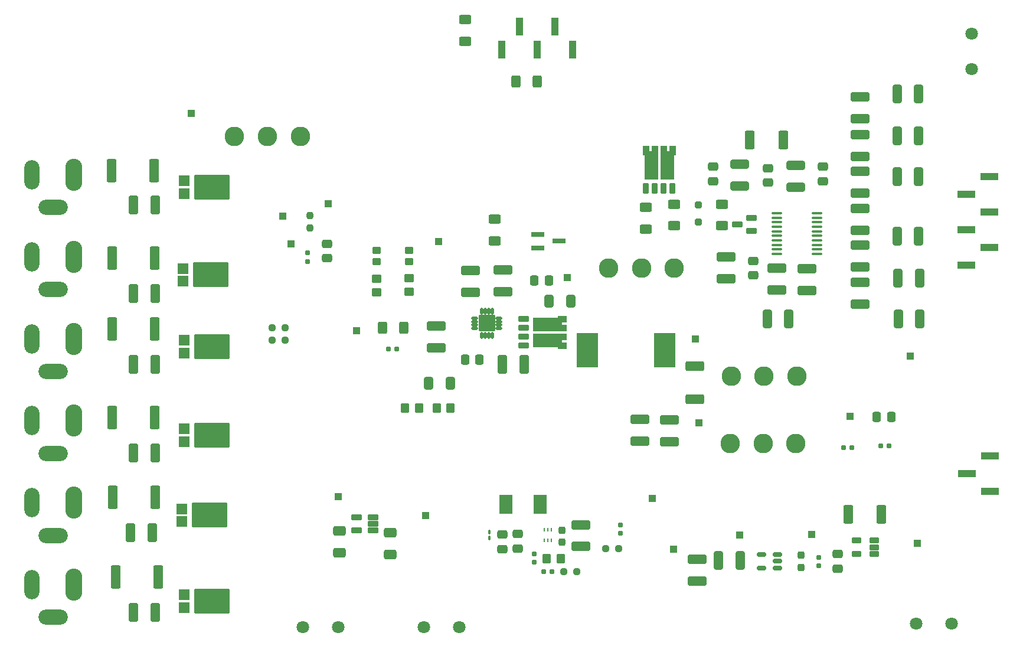
<source format=gbr>
%TF.GenerationSoftware,KiCad,Pcbnew,7.0.6-0*%
%TF.CreationDate,2024-04-05T07:01:27-03:00*%
%TF.ProjectId,Buoy,42756f79-2e6b-4696-9361-645f70636258,rev?*%
%TF.SameCoordinates,Original*%
%TF.FileFunction,Soldermask,Top*%
%TF.FilePolarity,Negative*%
%FSLAX46Y46*%
G04 Gerber Fmt 4.6, Leading zero omitted, Abs format (unit mm)*
G04 Created by KiCad (PCBNEW 7.0.6-0) date 2024-04-05 07:01:27*
%MOMM*%
%LPD*%
G01*
G04 APERTURE LIST*
G04 Aperture macros list*
%AMRoundRect*
0 Rectangle with rounded corners*
0 $1 Rounding radius*
0 $2 $3 $4 $5 $6 $7 $8 $9 X,Y pos of 4 corners*
0 Add a 4 corners polygon primitive as box body*
4,1,4,$2,$3,$4,$5,$6,$7,$8,$9,$2,$3,0*
0 Add four circle primitives for the rounded corners*
1,1,$1+$1,$2,$3*
1,1,$1+$1,$4,$5*
1,1,$1+$1,$6,$7*
1,1,$1+$1,$8,$9*
0 Add four rect primitives between the rounded corners*
20,1,$1+$1,$2,$3,$4,$5,0*
20,1,$1+$1,$4,$5,$6,$7,0*
20,1,$1+$1,$6,$7,$8,$9,0*
20,1,$1+$1,$8,$9,$2,$3,0*%
G04 Aperture macros list end*
%ADD10C,0.010000*%
%ADD11RoundRect,0.250000X0.400000X1.075000X-0.400000X1.075000X-0.400000X-1.075000X0.400000X-1.075000X0*%
%ADD12RoundRect,0.250000X-0.412500X-1.100000X0.412500X-1.100000X0.412500X1.100000X-0.412500X1.100000X0*%
%ADD13R,1.000000X1.000000*%
%ADD14R,2.510000X1.000000*%
%ADD15RoundRect,0.102000X-0.465000X0.405000X-0.465000X-0.405000X0.465000X-0.405000X0.465000X0.405000X0*%
%ADD16RoundRect,0.237500X0.250000X0.237500X-0.250000X0.237500X-0.250000X-0.237500X0.250000X-0.237500X0*%
%ADD17RoundRect,0.250000X0.625000X-0.400000X0.625000X0.400000X-0.625000X0.400000X-0.625000X-0.400000X0*%
%ADD18RoundRect,0.237500X-0.237500X0.300000X-0.237500X-0.300000X0.237500X-0.300000X0.237500X0.300000X0*%
%ADD19RoundRect,0.250000X-0.650000X0.412500X-0.650000X-0.412500X0.650000X-0.412500X0.650000X0.412500X0*%
%ADD20RoundRect,0.250000X-0.450000X0.350000X-0.450000X-0.350000X0.450000X-0.350000X0.450000X0.350000X0*%
%ADD21C,2.804000*%
%ADD22RoundRect,0.250000X-0.475000X0.337500X-0.475000X-0.337500X0.475000X-0.337500X0.475000X0.337500X0*%
%ADD23RoundRect,0.250000X-1.100000X0.412500X-1.100000X-0.412500X1.100000X-0.412500X1.100000X0.412500X0*%
%ADD24RoundRect,0.190500X0.516500X0.206500X-0.516500X0.206500X-0.516500X-0.206500X0.516500X-0.206500X0*%
%ADD25RoundRect,0.160000X-0.160000X0.197500X-0.160000X-0.197500X0.160000X-0.197500X0.160000X0.197500X0*%
%ADD26RoundRect,0.102000X-0.700000X-0.695000X0.700000X-0.695000X0.700000X0.695000X-0.700000X0.695000X0*%
%ADD27RoundRect,0.102000X-2.430000X-1.680000X2.430000X-1.680000X2.430000X1.680000X-2.430000X1.680000X0*%
%ADD28RoundRect,0.250000X1.100000X-0.412500X1.100000X0.412500X-1.100000X0.412500X-1.100000X-0.412500X0*%
%ADD29RoundRect,0.250000X-0.625000X0.400000X-0.625000X-0.400000X0.625000X-0.400000X0.625000X0.400000X0*%
%ADD30RoundRect,0.249999X-0.450001X-1.425001X0.450001X-1.425001X0.450001X1.425001X-0.450001X1.425001X0*%
%ADD31RoundRect,0.250000X-0.400000X-1.075000X0.400000X-1.075000X0.400000X1.075000X-0.400000X1.075000X0*%
%ADD32RoundRect,0.102000X0.660400X0.279400X-0.660400X0.279400X-0.660400X-0.279400X0.660400X-0.279400X0*%
%ADD33RoundRect,0.102000X0.305000X-0.635000X0.305000X0.635000X-0.305000X0.635000X-0.305000X-0.635000X0*%
%ADD34RoundRect,0.162000X0.615000X-0.240000X0.615000X0.240000X-0.615000X0.240000X-0.615000X-0.240000X0*%
%ADD35RoundRect,0.150000X0.512500X0.150000X-0.512500X0.150000X-0.512500X-0.150000X0.512500X-0.150000X0*%
%ADD36RoundRect,0.160000X-0.197500X-0.160000X0.197500X-0.160000X0.197500X0.160000X-0.197500X0.160000X0*%
%ADD37C,1.803400*%
%ADD38RoundRect,0.237500X-0.237500X0.250000X-0.237500X-0.250000X0.237500X-0.250000X0.237500X0.250000X0*%
%ADD39RoundRect,0.249999X-1.075001X0.450001X-1.075001X-0.450001X1.075001X-0.450001X1.075001X0.450001X0*%
%ADD40RoundRect,0.100000X-0.637500X-0.100000X0.637500X-0.100000X0.637500X0.100000X-0.637500X0.100000X0*%
%ADD41RoundRect,0.250000X-0.250000X0.250000X-0.250000X-0.250000X0.250000X-0.250000X0.250000X0.250000X0*%
%ADD42O,2.404000X4.604000*%
%ADD43O,2.204000X4.204000*%
%ADD44O,4.204000X2.204000*%
%ADD45RoundRect,0.250000X0.412500X0.650000X-0.412500X0.650000X-0.412500X-0.650000X0.412500X-0.650000X0*%
%ADD46RoundRect,0.249999X0.450001X1.075001X-0.450001X1.075001X-0.450001X-1.075001X0.450001X-1.075001X0*%
%ADD47RoundRect,0.250000X-0.400000X-0.625000X0.400000X-0.625000X0.400000X0.625000X-0.400000X0.625000X0*%
%ADD48RoundRect,0.250000X-0.350000X-0.450000X0.350000X-0.450000X0.350000X0.450000X-0.350000X0.450000X0*%
%ADD49RoundRect,0.250000X0.350000X0.450000X-0.350000X0.450000X-0.350000X-0.450000X0.350000X-0.450000X0*%
%ADD50RoundRect,0.108900X-0.108100X0.368100X-0.108100X-0.368100X0.108100X-0.368100X0.108100X0.368100X0*%
%ADD51RoundRect,0.108900X-0.368100X-0.108100X0.368100X-0.108100X0.368100X0.108100X-0.368100X0.108100X0*%
%ADD52RoundRect,0.102000X-1.070000X1.070000X-1.070000X-1.070000X1.070000X-1.070000X1.070000X1.070000X0*%
%ADD53R,1.903000X2.790000*%
%ADD54RoundRect,0.250000X0.337500X0.475000X-0.337500X0.475000X-0.337500X-0.475000X0.337500X-0.475000X0*%
%ADD55R,1.000000X2.510000*%
%ADD56RoundRect,0.250000X1.075000X-0.400000X1.075000X0.400000X-1.075000X0.400000X-1.075000X-0.400000X0*%
%ADD57RoundRect,0.250000X0.475000X-0.337500X0.475000X0.337500X-0.475000X0.337500X-0.475000X-0.337500X0*%
%ADD58RoundRect,0.102000X-0.635000X-0.305000X0.635000X-0.305000X0.635000X0.305000X-0.635000X0.305000X0*%
%ADD59R,3.100000X5.000000*%
%ADD60RoundRect,0.155000X-0.212500X-0.155000X0.212500X-0.155000X0.212500X0.155000X-0.212500X0.155000X0*%
%ADD61RoundRect,0.237500X-0.250000X-0.237500X0.250000X-0.237500X0.250000X0.237500X-0.250000X0.237500X0*%
%ADD62RoundRect,0.250000X-0.337500X-0.475000X0.337500X-0.475000X0.337500X0.475000X-0.337500X0.475000X0*%
%ADD63R,1.900000X0.800000*%
%ADD64R,0.279400X0.606400*%
%ADD65RoundRect,0.100000X-0.100000X0.217500X-0.100000X-0.217500X0.100000X-0.217500X0.100000X0.217500X0*%
G04 APERTURE END LIST*
%TO.C,Q1*%
D10*
X173580000Y-60910000D02*
X174040000Y-60910000D01*
X174040000Y-60205000D01*
X174850000Y-60205000D01*
X174850000Y-61010000D01*
X174875000Y-61010000D01*
X174875000Y-64925000D01*
X173025000Y-64925000D01*
X173025000Y-61425000D01*
X172770000Y-61425000D01*
X172770000Y-60205000D01*
X173580000Y-60205000D01*
X173580000Y-60910000D01*
G36*
X173580000Y-60910000D02*
G01*
X174040000Y-60910000D01*
X174040000Y-60205000D01*
X174850000Y-60205000D01*
X174850000Y-61010000D01*
X174875000Y-61010000D01*
X174875000Y-64925000D01*
X173025000Y-64925000D01*
X173025000Y-61425000D01*
X172770000Y-61425000D01*
X172770000Y-60205000D01*
X173580000Y-60205000D01*
X173580000Y-60910000D01*
G37*
X176120000Y-60910000D02*
X176580000Y-60910000D01*
X176580000Y-60205000D01*
X177390000Y-60205000D01*
X177390000Y-61425000D01*
X177135000Y-61425000D01*
X177135000Y-64925000D01*
X175285000Y-64925000D01*
X175285000Y-61010000D01*
X175310000Y-61010000D01*
X175310000Y-60205000D01*
X176120000Y-60205000D01*
X176120000Y-60910000D01*
G36*
X176120000Y-60910000D02*
G01*
X176580000Y-60910000D01*
X176580000Y-60205000D01*
X177390000Y-60205000D01*
X177390000Y-61425000D01*
X177135000Y-61425000D01*
X177135000Y-64925000D01*
X175285000Y-64925000D01*
X175285000Y-61010000D01*
X175310000Y-61010000D01*
X175310000Y-60205000D01*
X176120000Y-60205000D01*
X176120000Y-60910000D01*
G37*
%TO.C,Q4*%
X161755000Y-85387500D02*
X161050000Y-85387500D01*
X161050000Y-85847500D01*
X161755000Y-85847500D01*
X161755000Y-86657500D01*
X160950000Y-86657500D01*
X160950000Y-86682500D01*
X157035000Y-86682500D01*
X157035000Y-84832500D01*
X160535000Y-84832500D01*
X160535000Y-84577500D01*
X161755000Y-84577500D01*
X161755000Y-85387500D01*
G36*
X161755000Y-85387500D02*
G01*
X161050000Y-85387500D01*
X161050000Y-85847500D01*
X161755000Y-85847500D01*
X161755000Y-86657500D01*
X160950000Y-86657500D01*
X160950000Y-86682500D01*
X157035000Y-86682500D01*
X157035000Y-84832500D01*
X160535000Y-84832500D01*
X160535000Y-84577500D01*
X161755000Y-84577500D01*
X161755000Y-85387500D01*
G37*
X160950000Y-87117500D02*
X161755000Y-87117500D01*
X161755000Y-87927500D01*
X161050000Y-87927500D01*
X161050000Y-88387500D01*
X161755000Y-88387500D01*
X161755000Y-89197500D01*
X160535000Y-89197500D01*
X160535000Y-88942500D01*
X157035000Y-88942500D01*
X157035000Y-87092500D01*
X160950000Y-87092500D01*
X160950000Y-87117500D01*
G36*
X160950000Y-87117500D02*
G01*
X161755000Y-87117500D01*
X161755000Y-87927500D01*
X161050000Y-87927500D01*
X161050000Y-88387500D01*
X161755000Y-88387500D01*
X161755000Y-89197500D01*
X160535000Y-89197500D01*
X160535000Y-88942500D01*
X157035000Y-88942500D01*
X157035000Y-87092500D01*
X160950000Y-87092500D01*
X160950000Y-87117500D01*
G37*
%TD*%
D11*
%TO.C,R18*%
X186729264Y-119590000D03*
X183629264Y-119590000D03*
%TD*%
D12*
%TO.C,CBJ3*%
X99704250Y-91483500D03*
X102829250Y-91483500D03*
%TD*%
D13*
%TO.C,TP10*%
X131695000Y-86677500D03*
%TD*%
D12*
%TO.C,CBJ1*%
X99704250Y-68623500D03*
X102829250Y-68623500D03*
%TD*%
D14*
%TO.C,J13*%
X222452500Y-64605000D03*
X219142500Y-67145000D03*
X222452500Y-69685000D03*
X219142500Y-72225000D03*
X222452500Y-74765000D03*
X219142500Y-77305000D03*
%TD*%
D12*
%TO.C,CBJ4*%
X99704250Y-104183500D03*
X102829250Y-104183500D03*
%TD*%
D15*
%TO.C,D2*%
X139205000Y-76767500D03*
X139205000Y-75147500D03*
%TD*%
D16*
%TO.C,R7*%
X121421750Y-86263500D03*
X119596750Y-86263500D03*
%TD*%
D13*
%TO.C,TP17*%
X211080000Y-90320000D03*
%TD*%
D17*
%TO.C,R30*%
X173230000Y-72080000D03*
X173230000Y-68980000D03*
%TD*%
D18*
%TO.C,C9*%
X195420000Y-118857500D03*
X195420000Y-120582500D03*
%TD*%
D19*
%TO.C,C20*%
X129218000Y-115407500D03*
X129218000Y-118532500D03*
%TD*%
D13*
%TO.C,TP8*%
X186689264Y-115957500D03*
%TD*%
D20*
%TO.C,R4*%
X139275000Y-79107500D03*
X139275000Y-81107500D03*
%TD*%
D21*
%TO.C,SW4*%
X185440000Y-93180000D03*
X190140000Y-93180000D03*
X194840000Y-93180000D03*
%TD*%
D22*
%TO.C,C32*%
X198607500Y-63157500D03*
X198607500Y-65232500D03*
%TD*%
D23*
%TO.C,C11*%
X180579264Y-119455000D03*
X180579264Y-122580000D03*
%TD*%
D18*
%TO.C,C12*%
X161200000Y-115277500D03*
X161200000Y-117002500D03*
%TD*%
D24*
%TO.C,U3*%
X205922500Y-118652500D03*
X205922500Y-117702500D03*
X205922500Y-116752500D03*
X203412500Y-116752500D03*
X203412500Y-118652500D03*
%TD*%
D25*
%TO.C,R9*%
X124667500Y-75532500D03*
X124667500Y-76727500D03*
%TD*%
D22*
%TO.C,C4*%
X127460000Y-74212500D03*
X127460000Y-76287500D03*
%TD*%
D21*
%TO.C,SW2*%
X177277500Y-77732500D03*
X172577500Y-77732500D03*
X167877500Y-77732500D03*
%TD*%
D26*
%TO.C,D4*%
X106808250Y-77743500D03*
X106808250Y-79583500D03*
D27*
X110790250Y-78663500D03*
%TD*%
D28*
%TO.C,C24*%
X203907500Y-66947500D03*
X203907500Y-63822500D03*
%TD*%
D14*
%TO.C,J9*%
X222520000Y-104660000D03*
X219210000Y-107200000D03*
X222520000Y-109740000D03*
%TD*%
D29*
%TO.C,R11*%
X151480000Y-70690000D03*
X151480000Y-73790000D03*
%TD*%
D17*
%TO.C,R19*%
X147300000Y-45180000D03*
X147300000Y-42080000D03*
%TD*%
D30*
%TO.C,RBJ5*%
X96767750Y-110583500D03*
X102867750Y-110583500D03*
%TD*%
D28*
%TO.C,C21*%
X203907500Y-82817500D03*
X203907500Y-79692500D03*
%TD*%
D31*
%TO.C,R23*%
X209407500Y-85015000D03*
X212507500Y-85015000D03*
%TD*%
D13*
%TO.C,TP14*%
X127600000Y-68460000D03*
%TD*%
D32*
%TO.C,Q2*%
X188343500Y-72390200D03*
X188343500Y-70459800D03*
X186311500Y-71425000D03*
%TD*%
D33*
%TO.C,Q1*%
X173175000Y-66280000D03*
X174445000Y-66280000D03*
X175715000Y-66280000D03*
X176985000Y-66280000D03*
%TD*%
D31*
%TO.C,R28*%
X209247500Y-52705000D03*
X212347500Y-52705000D03*
%TD*%
D13*
%TO.C,TP2*%
X141620000Y-113130000D03*
%TD*%
%TO.C,TP4*%
X212161000Y-117180000D03*
%TD*%
D26*
%TO.C,D9*%
X107008250Y-124503500D03*
X107008250Y-126343500D03*
D27*
X110990250Y-125423500D03*
%TD*%
D17*
%TO.C,R32*%
X184097500Y-71635000D03*
X184097500Y-68535000D03*
%TD*%
D34*
%TO.C,U6*%
X134048000Y-115290000D03*
X134048000Y-114340000D03*
X134048000Y-113390000D03*
X131678000Y-113390000D03*
X131678000Y-115290000D03*
%TD*%
D12*
%TO.C,CBJ2*%
X99704250Y-81323500D03*
X102829250Y-81323500D03*
%TD*%
D35*
%TO.C,U1*%
X192049264Y-120680000D03*
X192049264Y-119730000D03*
X192049264Y-118780000D03*
X189774264Y-118780000D03*
X189774264Y-120680000D03*
%TD*%
D15*
%TO.C,D3*%
X134575000Y-76767500D03*
X134575000Y-75147500D03*
%TD*%
D22*
%TO.C,C36*%
X152590000Y-115882500D03*
X152590000Y-117957500D03*
%TD*%
D36*
%TO.C,R10*%
X206860000Y-103148750D03*
X208055000Y-103148750D03*
%TD*%
D26*
%TO.C,D7*%
X107008250Y-100723500D03*
X107008250Y-102563500D03*
D27*
X110990250Y-101643500D03*
%TD*%
D37*
%TO.C,J7*%
X124003400Y-129185000D03*
X129083400Y-129185000D03*
%TD*%
D38*
%TO.C,R8*%
X124982500Y-70137500D03*
X124982500Y-71962500D03*
%TD*%
D39*
%TO.C,R6_SR1*%
X180250000Y-91720000D03*
X180250000Y-96520000D03*
%TD*%
D40*
%TO.C,U4*%
X192002500Y-69825000D03*
X192002500Y-70475000D03*
X192002500Y-71125000D03*
X192002500Y-71775000D03*
X192002500Y-72425000D03*
X192002500Y-73075000D03*
X192002500Y-73725000D03*
X192002500Y-74375000D03*
X192002500Y-75025000D03*
X192002500Y-75675000D03*
X197727500Y-75675000D03*
X197727500Y-75025000D03*
X197727500Y-74375000D03*
X197727500Y-73725000D03*
X197727500Y-73075000D03*
X197727500Y-72425000D03*
X197727500Y-71775000D03*
X197727500Y-71125000D03*
X197727500Y-70475000D03*
X197727500Y-69825000D03*
%TD*%
D13*
%TO.C,TP13*%
X161910000Y-79020000D03*
%TD*%
%TO.C,TP16*%
X180780000Y-99880000D03*
%TD*%
D41*
%TO.C,D10*%
X180727500Y-68605000D03*
X180727500Y-71105000D03*
%TD*%
D13*
%TO.C,TP3*%
X202490000Y-98938750D03*
%TD*%
D29*
%TO.C,R31*%
X177257500Y-68535000D03*
X177257500Y-71635000D03*
%TD*%
D28*
%TO.C,C26*%
X203907500Y-56237500D03*
X203907500Y-53112500D03*
%TD*%
D13*
%TO.C,TP20*%
X122340000Y-74250000D03*
%TD*%
D42*
%TO.C,J5*%
X91161750Y-111313500D03*
D43*
X85161750Y-111313500D03*
D44*
X88161750Y-116013500D03*
%TD*%
D36*
%TO.C,R37*%
X136265000Y-89260000D03*
X137460000Y-89260000D03*
%TD*%
D45*
%TO.C,C15*%
X145133750Y-94201250D03*
X142008750Y-94201250D03*
%TD*%
D31*
%TO.C,R24*%
X209337500Y-79175000D03*
X212437500Y-79175000D03*
%TD*%
D46*
%TO.C,R29*%
X192907500Y-59335000D03*
X188107500Y-59335000D03*
%TD*%
D19*
%TO.C,C19*%
X136518000Y-115597500D03*
X136518000Y-118722500D03*
%TD*%
D31*
%TO.C,R26*%
X209237500Y-64545000D03*
X212337500Y-64545000D03*
%TD*%
D13*
%TO.C,TP1*%
X129070000Y-110420000D03*
%TD*%
D47*
%TO.C,R20*%
X154530000Y-50960000D03*
X157630000Y-50960000D03*
%TD*%
D46*
%TO.C,R12*%
X206990000Y-113042500D03*
X202190000Y-113042500D03*
%TD*%
D22*
%TO.C,C2*%
X200750000Y-118685000D03*
X200750000Y-120760000D03*
%TD*%
D12*
%TO.C,CBJ6*%
X99704250Y-127043500D03*
X102829250Y-127043500D03*
%TD*%
D31*
%TO.C,R27*%
X209227500Y-58735000D03*
X212327500Y-58735000D03*
%TD*%
D25*
%TO.C,R21*%
X157220000Y-118672500D03*
X157220000Y-119867500D03*
%TD*%
D48*
%TO.C,R22*%
X158970000Y-119340000D03*
X160970000Y-119340000D03*
%TD*%
D42*
%TO.C,J2*%
X91161750Y-76063500D03*
D43*
X85161750Y-76063500D03*
D44*
X88161750Y-80763500D03*
%TD*%
D13*
%TO.C,TP15*%
X180340000Y-87820000D03*
%TD*%
D26*
%TO.C,D5*%
X107008250Y-88023500D03*
X107008250Y-89863500D03*
D27*
X110990250Y-88943500D03*
%TD*%
D25*
%TO.C,R16*%
X169540000Y-114490000D03*
X169540000Y-115685000D03*
%TD*%
D49*
%TO.C,R15*%
X140671250Y-97751250D03*
X138671250Y-97751250D03*
%TD*%
D13*
%TO.C,TP19*%
X121130000Y-70210000D03*
%TD*%
D50*
%TO.C,U2*%
X151155000Y-83882500D03*
X150655000Y-83882500D03*
X150155000Y-83882500D03*
X149655000Y-83882500D03*
D51*
X148680000Y-84857500D03*
X148680000Y-85357500D03*
X148680000Y-85857500D03*
X148680000Y-86357500D03*
D50*
X149655000Y-87332500D03*
X150155000Y-87332500D03*
X150655000Y-87332500D03*
X151155000Y-87332500D03*
D51*
X152130000Y-86357500D03*
X152130000Y-85857500D03*
X152130000Y-85357500D03*
X152130000Y-84857500D03*
D52*
X150405000Y-85607500D03*
%TD*%
D30*
%TO.C,RBJ2*%
X96654250Y-76243500D03*
X102754250Y-76243500D03*
%TD*%
D53*
%TO.C,L2*%
X158010000Y-111560000D03*
X153157000Y-111560000D03*
%TD*%
D49*
%TO.C,R13*%
X145198750Y-97740000D03*
X143198750Y-97740000D03*
%TD*%
D13*
%TO.C,TP7*%
X177139264Y-117987500D03*
%TD*%
D42*
%TO.C,J1*%
X91161750Y-64313500D03*
D43*
X85161750Y-64313500D03*
D44*
X88161750Y-69013500D03*
%TD*%
D21*
%TO.C,SW3*%
X185330000Y-102860000D03*
X190030000Y-102860000D03*
X194730000Y-102860000D03*
%TD*%
D54*
%TO.C,C14*%
X149347500Y-90860000D03*
X147272500Y-90860000D03*
%TD*%
D55*
%TO.C,J10*%
X162690000Y-46390000D03*
X160150000Y-43080000D03*
X157610000Y-46390000D03*
X155070000Y-43080000D03*
X152530000Y-46390000D03*
%TD*%
D23*
%TO.C,C29*%
X192027500Y-77732500D03*
X192027500Y-80857500D03*
%TD*%
D56*
%TO.C,R34*%
X194667500Y-66065000D03*
X194667500Y-62965000D03*
%TD*%
D57*
%TO.C,C31*%
X182837500Y-65242500D03*
X182837500Y-63167500D03*
%TD*%
D31*
%TO.C,R33*%
X190610000Y-85000000D03*
X193710000Y-85000000D03*
%TD*%
D23*
%TO.C,C17*%
X163860000Y-114487500D03*
X163860000Y-117612500D03*
%TD*%
D42*
%TO.C,J3*%
X91161750Y-87813500D03*
D43*
X85161750Y-87813500D03*
D44*
X88161750Y-92513500D03*
%TD*%
D58*
%TO.C,Q4*%
X155680000Y-84982500D03*
X155680000Y-86252500D03*
X155680000Y-87522500D03*
X155680000Y-88792500D03*
%TD*%
D13*
%TO.C,TP11*%
X143445000Y-73868750D03*
%TD*%
D37*
%TO.C,J14*%
X219940000Y-49120000D03*
X219940000Y-44040000D03*
%TD*%
D59*
%TO.C,L1*%
X164800000Y-89450000D03*
X175900000Y-89450000D03*
%TD*%
D13*
%TO.C,TP9*%
X108021750Y-55473500D03*
%TD*%
D23*
%TO.C,C28*%
X196267500Y-77762500D03*
X196267500Y-80887500D03*
%TD*%
D60*
%TO.C,C18*%
X158555000Y-121180000D03*
X159690000Y-121180000D03*
%TD*%
D23*
%TO.C,C8*%
X176580000Y-99437500D03*
X176580000Y-102562500D03*
%TD*%
D30*
%TO.C,RBJ4*%
X96654250Y-99103500D03*
X102754250Y-99103500D03*
%TD*%
D22*
%TO.C,C34*%
X154810000Y-115832500D03*
X154810000Y-117907500D03*
%TD*%
D28*
%TO.C,C23*%
X203907500Y-72267500D03*
X203907500Y-69142500D03*
%TD*%
D13*
%TO.C,TP6*%
X196960000Y-115840000D03*
%TD*%
D23*
%TO.C,C7*%
X172305000Y-99396250D03*
X172305000Y-102521250D03*
%TD*%
D20*
%TO.C,R5*%
X134615000Y-79177500D03*
X134615000Y-81177500D03*
%TD*%
D23*
%TO.C,C27*%
X184700000Y-76087500D03*
X184700000Y-79212500D03*
%TD*%
D47*
%TO.C,R1*%
X135415000Y-86267500D03*
X138515000Y-86267500D03*
%TD*%
D26*
%TO.C,D1*%
X107008250Y-65163500D03*
X107008250Y-67003500D03*
D27*
X110990250Y-66083500D03*
%TD*%
D42*
%TO.C,J4*%
X91161750Y-99563500D03*
D43*
X85161750Y-99563500D03*
D44*
X88161750Y-104263500D03*
%TD*%
D42*
%TO.C,J6*%
X91161750Y-123063500D03*
D43*
X85161750Y-123063500D03*
D44*
X88161750Y-127763500D03*
%TD*%
D13*
%TO.C,TP5*%
X174140000Y-110673750D03*
%TD*%
D61*
%TO.C,R6*%
X119606750Y-88013500D03*
X121431750Y-88013500D03*
%TD*%
%TO.C,R36*%
X161430000Y-121190000D03*
X163255000Y-121190000D03*
%TD*%
D28*
%TO.C,C25*%
X203907500Y-61675000D03*
X203907500Y-58550000D03*
%TD*%
D37*
%TO.C,J8*%
X211963400Y-128705000D03*
X217043400Y-128705000D03*
%TD*%
D56*
%TO.C,R35*%
X186657500Y-65895000D03*
X186657500Y-62795000D03*
%TD*%
D16*
%TO.C,R17*%
X169292500Y-117880000D03*
X167467500Y-117880000D03*
%TD*%
D30*
%TO.C,RBJ3*%
X96654250Y-86403500D03*
X102754250Y-86403500D03*
%TD*%
D62*
%TO.C,C1*%
X206310000Y-99021250D03*
X208385000Y-99021250D03*
%TD*%
D63*
%TO.C,D6*%
X157730000Y-72880000D03*
X157730000Y-74780000D03*
X160730000Y-73830000D03*
%TD*%
D12*
%TO.C,C10*%
X152655000Y-91470000D03*
X155780000Y-91470000D03*
%TD*%
D28*
%TO.C,C22*%
X203907500Y-77547500D03*
X203907500Y-74422500D03*
%TD*%
D25*
%TO.C,R14*%
X197990000Y-119152500D03*
X197990000Y-120347500D03*
%TD*%
D30*
%TO.C,RBJ1*%
X96551750Y-63683500D03*
X102651750Y-63683500D03*
%TD*%
D28*
%TO.C,C6*%
X152660000Y-81082500D03*
X152660000Y-77957500D03*
%TD*%
D64*
%TO.C,U5*%
X159610252Y-115224600D03*
X159110126Y-115224600D03*
X158610000Y-115224600D03*
X158610000Y-116720000D03*
X159110126Y-116720000D03*
X159610252Y-116720000D03*
%TD*%
D57*
%TO.C,C30*%
X190677500Y-65452500D03*
X190677500Y-63377500D03*
%TD*%
D31*
%TO.C,R25*%
X209247500Y-73115000D03*
X212347500Y-73115000D03*
%TD*%
D12*
%TO.C,CBJ5*%
X99307750Y-115663500D03*
X102432750Y-115663500D03*
%TD*%
D21*
%TO.C,SW1*%
X114220000Y-58800000D03*
X118920000Y-58800000D03*
X123620000Y-58800000D03*
%TD*%
D28*
%TO.C,C3*%
X148050000Y-81152500D03*
X148050000Y-78027500D03*
%TD*%
D22*
%TO.C,C33*%
X188637500Y-76677500D03*
X188637500Y-78752500D03*
%TD*%
D30*
%TO.C,RBJ6*%
X97164250Y-121963500D03*
X103264250Y-121963500D03*
%TD*%
D23*
%TO.C,C16*%
X143105000Y-85965000D03*
X143105000Y-89090000D03*
%TD*%
D37*
%TO.C,J11*%
X141322693Y-129185707D03*
X146402693Y-129185707D03*
%TD*%
D65*
%TO.C,C35*%
X150740000Y-115542500D03*
X150740000Y-116357500D03*
%TD*%
D36*
%TO.C,R2*%
X201560000Y-103431250D03*
X202755000Y-103431250D03*
%TD*%
D62*
%TO.C,C5*%
X157217500Y-79468750D03*
X159292500Y-79468750D03*
%TD*%
D26*
%TO.C,D8*%
X106611750Y-112203500D03*
X106611750Y-114043500D03*
D27*
X110593750Y-113123500D03*
%TD*%
D45*
%TO.C,C13*%
X162467500Y-82398750D03*
X159342500Y-82398750D03*
%TD*%
M02*

</source>
